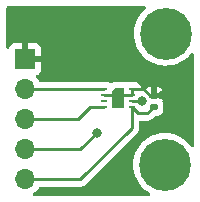
<source format=gbr>
%TF.GenerationSoftware,KiCad,Pcbnew,(6.0.1)*%
%TF.CreationDate,2023-03-07T00:34:02-05:00*%
%TF.ProjectId,PCBFiles_Node_Extra,50434246-696c-4657-935f-4e6f64655f45,rev?*%
%TF.SameCoordinates,Original*%
%TF.FileFunction,Copper,L1,Top*%
%TF.FilePolarity,Positive*%
%FSLAX46Y46*%
G04 Gerber Fmt 4.6, Leading zero omitted, Abs format (unit mm)*
G04 Created by KiCad (PCBNEW (6.0.1)) date 2023-03-07 00:34:02*
%MOMM*%
%LPD*%
G01*
G04 APERTURE LIST*
G04 Aperture macros list*
%AMRoundRect*
0 Rectangle with rounded corners*
0 $1 Rounding radius*
0 $2 $3 $4 $5 $6 $7 $8 $9 X,Y pos of 4 corners*
0 Add a 4 corners polygon primitive as box body*
4,1,4,$2,$3,$4,$5,$6,$7,$8,$9,$2,$3,0*
0 Add four circle primitives for the rounded corners*
1,1,$1+$1,$2,$3*
1,1,$1+$1,$4,$5*
1,1,$1+$1,$6,$7*
1,1,$1+$1,$8,$9*
0 Add four rect primitives between the rounded corners*
20,1,$1+$1,$2,$3,$4,$5,0*
20,1,$1+$1,$4,$5,$6,$7,0*
20,1,$1+$1,$6,$7,$8,$9,0*
20,1,$1+$1,$8,$9,$2,$3,0*%
%AMFreePoly0*
4,1,6,0.500000,-0.850000,-0.500000,-0.850000,-0.500000,0.550000,-0.200000,0.850000,0.500000,0.850000,0.500000,-0.850000,0.500000,-0.850000,$1*%
G04 Aperture macros list end*
%TA.AperFunction,ComponentPad*%
%ADD10C,4.400000*%
%TD*%
%TA.AperFunction,SMDPad,CuDef*%
%ADD11RoundRect,0.140000X0.170000X-0.140000X0.170000X0.140000X-0.170000X0.140000X-0.170000X-0.140000X0*%
%TD*%
%TA.AperFunction,SMDPad,CuDef*%
%ADD12R,0.550000X0.250000*%
%TD*%
%TA.AperFunction,SMDPad,CuDef*%
%ADD13FreePoly0,0.000000*%
%TD*%
%TA.AperFunction,ComponentPad*%
%ADD14R,1.700000X1.700000*%
%TD*%
%TA.AperFunction,ComponentPad*%
%ADD15O,1.700000X1.700000*%
%TD*%
%TA.AperFunction,ViaPad*%
%ADD16C,0.800000*%
%TD*%
%TA.AperFunction,Conductor*%
%ADD17C,0.250000*%
%TD*%
G04 APERTURE END LIST*
D10*
%TO.P,H2,1*%
%TO.N,N/C*%
X131160000Y-96840000D03*
%TD*%
D11*
%TO.P,C1,1*%
%TO.N,+3V3*%
X130180000Y-91930000D03*
%TO.P,C1,2*%
%TO.N,GND*%
X130180000Y-90970000D03*
%TD*%
D10*
%TO.P,H1,1*%
%TO.N,N/C*%
X131220000Y-85720000D03*
%TD*%
D12*
%TO.P,U1,1,SDA*%
%TO.N,I2C1_SDA*%
X125975000Y-90440000D03*
%TO.P,U1,2,ADDR*%
%TO.N,GND*%
X125975000Y-90940000D03*
%TO.P,U1,3,ALERT*%
%TO.N,unconnected-(U1-Pad3)*%
X125975000Y-91440000D03*
%TO.P,U1,4,SCL*%
%TO.N,I2C1_SCL*%
X125975000Y-91940000D03*
%TO.P,U1,5,VDD*%
%TO.N,+3V3*%
X128325000Y-91940000D03*
%TO.P,U1,6,~{RESET}*%
%TO.N,RESET*%
X128325000Y-91440000D03*
%TO.P,U1,7,R*%
%TO.N,GND*%
X128325000Y-90940000D03*
%TO.P,U1,8,VSS*%
X128325000Y-90440000D03*
D13*
%TO.P,U1,9,VSS*%
X127150000Y-91190000D03*
%TD*%
D14*
%TO.P,J1,1,Pin_1*%
%TO.N,GND*%
X119295000Y-87890000D03*
D15*
%TO.P,J1,2,Pin_2*%
%TO.N,I2C1_SDA*%
X119295000Y-90430000D03*
%TO.P,J1,3,Pin_3*%
%TO.N,I2C1_SCL*%
X119295000Y-92970000D03*
%TO.P,J1,4,Pin_4*%
%TO.N,RESET*%
X119295000Y-95510000D03*
%TO.P,J1,5,Pin_5*%
%TO.N,+3V3*%
X119295000Y-98050000D03*
%TD*%
D16*
%TO.N,GND*%
X127150000Y-91230000D03*
X130180000Y-89850000D03*
X131000000Y-90960000D03*
%TO.N,RESET*%
X125390000Y-94110000D03*
X129210000Y-91440000D03*
%TD*%
D17*
%TO.N,+3V3*%
X128845000Y-92460000D02*
X128325000Y-91940000D01*
X128325000Y-93715000D02*
X128325000Y-91940000D01*
X123990000Y-98050000D02*
X128325000Y-93715000D01*
X129650000Y-92460000D02*
X128845000Y-92460000D01*
X119295000Y-98050000D02*
X123990000Y-98050000D01*
X130180000Y-91930000D02*
X129650000Y-92460000D01*
%TO.N,GND*%
X125975000Y-90940000D02*
X126900000Y-90940000D01*
X128325000Y-90440000D02*
X128325000Y-90940000D01*
X129870000Y-90970000D02*
X130180000Y-90970000D01*
X126900000Y-90940000D02*
X127150000Y-91190000D01*
X129340000Y-90440000D02*
X129870000Y-90970000D01*
X128325000Y-90440000D02*
X129340000Y-90440000D01*
X128325000Y-90940000D02*
X127400000Y-90940000D01*
X127400000Y-90940000D02*
X127150000Y-91190000D01*
%TO.N,I2C1_SDA*%
X125965000Y-90430000D02*
X125975000Y-90440000D01*
X119295000Y-90430000D02*
X125965000Y-90430000D01*
%TO.N,I2C1_SCL*%
X123800000Y-92970000D02*
X124830000Y-91940000D01*
X119295000Y-92970000D02*
X123800000Y-92970000D01*
X124830000Y-91940000D02*
X125975000Y-91940000D01*
%TO.N,RESET*%
X129210000Y-91440000D02*
X128325000Y-91440000D01*
X119295000Y-95510000D02*
X123990000Y-95510000D01*
X123990000Y-95510000D02*
X125390000Y-94110000D01*
%TD*%
%TA.AperFunction,Conductor*%
%TO.N,GND*%
G36*
X129424998Y-83398800D02*
G01*
X129493114Y-83418816D01*
X129539596Y-83472482D01*
X129549685Y-83542758D01*
X129520178Y-83607333D01*
X129501937Y-83624561D01*
X129436244Y-83675243D01*
X129203513Y-83904347D01*
X129201149Y-83907314D01*
X129201146Y-83907317D01*
X129067397Y-84075162D01*
X128999991Y-84159751D01*
X128828626Y-84437757D01*
X128691902Y-84734336D01*
X128591797Y-85045192D01*
X128591079Y-85048903D01*
X128591078Y-85048907D01*
X128530482Y-85362105D01*
X128530481Y-85362114D01*
X128529763Y-85365824D01*
X128506698Y-85691585D01*
X128522936Y-86017759D01*
X128578241Y-86339619D01*
X128579329Y-86343258D01*
X128579330Y-86343261D01*
X128654681Y-86595214D01*
X128671814Y-86652504D01*
X128673327Y-86655975D01*
X128673329Y-86655981D01*
X128730151Y-86786351D01*
X128802297Y-86951881D01*
X128804220Y-86955152D01*
X128804222Y-86955156D01*
X128823830Y-86988510D01*
X128967802Y-87233414D01*
X128970103Y-87236429D01*
X129163631Y-87490012D01*
X129163636Y-87490017D01*
X129165931Y-87493025D01*
X129168575Y-87495739D01*
X129303584Y-87634329D01*
X129393814Y-87726953D01*
X129466635Y-87785607D01*
X129645196Y-87929431D01*
X129645201Y-87929435D01*
X129648149Y-87931809D01*
X129925253Y-88104627D01*
X130221112Y-88242903D01*
X130531440Y-88344634D01*
X130851742Y-88408346D01*
X130855514Y-88408633D01*
X130855522Y-88408634D01*
X131173602Y-88432829D01*
X131173607Y-88432829D01*
X131177379Y-88433116D01*
X131503633Y-88418586D01*
X131563425Y-88408634D01*
X131822037Y-88365590D01*
X131822042Y-88365589D01*
X131825778Y-88364967D01*
X132139149Y-88273034D01*
X132142616Y-88271544D01*
X132142620Y-88271543D01*
X132435721Y-88145616D01*
X132435723Y-88145615D01*
X132439205Y-88144119D01*
X132721601Y-87980091D01*
X132982245Y-87783324D01*
X133141155Y-87630135D01*
X133214632Y-87559303D01*
X133214635Y-87559300D01*
X133217363Y-87556670D01*
X133353967Y-87388879D01*
X133412485Y-87348680D01*
X133483449Y-87346501D01*
X133544325Y-87383033D01*
X133575786Y-87446679D01*
X133577677Y-87467810D01*
X133600597Y-92165844D01*
X133615483Y-95217162D01*
X133595813Y-95285380D01*
X133542385Y-95332134D01*
X133472161Y-95342580D01*
X133407437Y-95313403D01*
X133390127Y-95295264D01*
X133197726Y-95048558D01*
X133197724Y-95048556D01*
X133195390Y-95045563D01*
X132965070Y-94814034D01*
X132708603Y-94611852D01*
X132429705Y-94441945D01*
X132426261Y-94440379D01*
X132426257Y-94440377D01*
X132281583Y-94374598D01*
X132132414Y-94306775D01*
X131821037Y-94208300D01*
X131550094Y-94157349D01*
X131503809Y-94148645D01*
X131503807Y-94148645D01*
X131500086Y-94147945D01*
X131174208Y-94126586D01*
X131170428Y-94126794D01*
X131170427Y-94126794D01*
X131083447Y-94131581D01*
X130848124Y-94144532D01*
X130844397Y-94145193D01*
X130844393Y-94145193D01*
X130729721Y-94165516D01*
X130526557Y-94201522D01*
X130522941Y-94202624D01*
X130522933Y-94202626D01*
X130225211Y-94293365D01*
X130214167Y-94296731D01*
X129915477Y-94428781D01*
X129890041Y-94443914D01*
X129638074Y-94593817D01*
X129638068Y-94593821D01*
X129634814Y-94595757D01*
X129631812Y-94598073D01*
X129384510Y-94788866D01*
X129376244Y-94795243D01*
X129373534Y-94797911D01*
X129149453Y-95018500D01*
X129143513Y-95024347D01*
X129141149Y-95027314D01*
X129141146Y-95027317D01*
X129124220Y-95048558D01*
X128939991Y-95279751D01*
X128768626Y-95557757D01*
X128631902Y-95854336D01*
X128531797Y-96165192D01*
X128531079Y-96168903D01*
X128531078Y-96168907D01*
X128470482Y-96482105D01*
X128470481Y-96482114D01*
X128469763Y-96485824D01*
X128469496Y-96489600D01*
X128469495Y-96489605D01*
X128447048Y-96806638D01*
X128446698Y-96811585D01*
X128450603Y-96890027D01*
X128458560Y-97049848D01*
X128462936Y-97137759D01*
X128463577Y-97141490D01*
X128463578Y-97141498D01*
X128510832Y-97416500D01*
X128518241Y-97459619D01*
X128611814Y-97772504D01*
X128742297Y-98071881D01*
X128907802Y-98353414D01*
X128910103Y-98356429D01*
X129103631Y-98610012D01*
X129103636Y-98610017D01*
X129105931Y-98613025D01*
X129333814Y-98846953D01*
X129441251Y-98933489D01*
X129585196Y-99049431D01*
X129585201Y-99049435D01*
X129588149Y-99051809D01*
X129842317Y-99210323D01*
X129845606Y-99212374D01*
X129892822Y-99265394D01*
X129903878Y-99335524D01*
X129875264Y-99400499D01*
X129816064Y-99439689D01*
X129778929Y-99445286D01*
X120071988Y-99445319D01*
X120003868Y-99425317D01*
X119957375Y-99371662D01*
X119947270Y-99301388D01*
X119976763Y-99236807D01*
X119998818Y-99216742D01*
X120174860Y-99091173D01*
X120333096Y-98933489D01*
X120392594Y-98850689D01*
X120460435Y-98756277D01*
X120463453Y-98752077D01*
X120465746Y-98747437D01*
X120467446Y-98744608D01*
X120519674Y-98696518D01*
X120575451Y-98683500D01*
X123911233Y-98683500D01*
X123922416Y-98684027D01*
X123929909Y-98685702D01*
X123937835Y-98685453D01*
X123937836Y-98685453D01*
X123997986Y-98683562D01*
X124001945Y-98683500D01*
X124029856Y-98683500D01*
X124033791Y-98683003D01*
X124033856Y-98682995D01*
X124045693Y-98682062D01*
X124077951Y-98681048D01*
X124081970Y-98680922D01*
X124089889Y-98680673D01*
X124109343Y-98675021D01*
X124128700Y-98671013D01*
X124140930Y-98669468D01*
X124140931Y-98669468D01*
X124148797Y-98668474D01*
X124156168Y-98665555D01*
X124156170Y-98665555D01*
X124189912Y-98652196D01*
X124201142Y-98648351D01*
X124235983Y-98638229D01*
X124235984Y-98638229D01*
X124243593Y-98636018D01*
X124250412Y-98631985D01*
X124250417Y-98631983D01*
X124261028Y-98625707D01*
X124278776Y-98617012D01*
X124297617Y-98609552D01*
X124333387Y-98583564D01*
X124343307Y-98577048D01*
X124374535Y-98558580D01*
X124374538Y-98558578D01*
X124381362Y-98554542D01*
X124395683Y-98540221D01*
X124410717Y-98527380D01*
X124420694Y-98520131D01*
X124427107Y-98515472D01*
X124455298Y-98481395D01*
X124463288Y-98472616D01*
X128717253Y-94218652D01*
X128725539Y-94211112D01*
X128732018Y-94207000D01*
X128778644Y-94157348D01*
X128781398Y-94154507D01*
X128801135Y-94134770D01*
X128803615Y-94131573D01*
X128811320Y-94122551D01*
X128836159Y-94096100D01*
X128841586Y-94090321D01*
X128845405Y-94083375D01*
X128845407Y-94083372D01*
X128851348Y-94072566D01*
X128862199Y-94056047D01*
X128869758Y-94046301D01*
X128874614Y-94040041D01*
X128877759Y-94032772D01*
X128877762Y-94032768D01*
X128892174Y-93999463D01*
X128897391Y-93988813D01*
X128918695Y-93950060D01*
X128923733Y-93930437D01*
X128930137Y-93911734D01*
X128935033Y-93900420D01*
X128935033Y-93900419D01*
X128938181Y-93893145D01*
X128939420Y-93885322D01*
X128939423Y-93885312D01*
X128945099Y-93849476D01*
X128947505Y-93837856D01*
X128956528Y-93802711D01*
X128956528Y-93802710D01*
X128958500Y-93795030D01*
X128958500Y-93774776D01*
X128960051Y-93755065D01*
X128961980Y-93742886D01*
X128963220Y-93735057D01*
X128959059Y-93691038D01*
X128958500Y-93679181D01*
X128958500Y-93219500D01*
X128978502Y-93151379D01*
X129032158Y-93104886D01*
X129084500Y-93093500D01*
X129571233Y-93093500D01*
X129582416Y-93094027D01*
X129589909Y-93095702D01*
X129597835Y-93095453D01*
X129597836Y-93095453D01*
X129657986Y-93093562D01*
X129661945Y-93093500D01*
X129689856Y-93093500D01*
X129693791Y-93093003D01*
X129693856Y-93092995D01*
X129705693Y-93092062D01*
X129737951Y-93091048D01*
X129741970Y-93090922D01*
X129749889Y-93090673D01*
X129769343Y-93085021D01*
X129788700Y-93081013D01*
X129800930Y-93079468D01*
X129800931Y-93079468D01*
X129808797Y-93078474D01*
X129816168Y-93075555D01*
X129816170Y-93075555D01*
X129849912Y-93062196D01*
X129861142Y-93058351D01*
X129895983Y-93048229D01*
X129895984Y-93048229D01*
X129903593Y-93046018D01*
X129910412Y-93041985D01*
X129910417Y-93041983D01*
X129921028Y-93035707D01*
X129938776Y-93027012D01*
X129957617Y-93019552D01*
X129993387Y-92993564D01*
X130003307Y-92987048D01*
X130034535Y-92968580D01*
X130034538Y-92968578D01*
X130041362Y-92964542D01*
X130055683Y-92950221D01*
X130070717Y-92937380D01*
X130071660Y-92936695D01*
X130087107Y-92925472D01*
X130115298Y-92891395D01*
X130123288Y-92882616D01*
X130250499Y-92755405D01*
X130312811Y-92721379D01*
X130339594Y-92718500D01*
X130415484Y-92718500D01*
X130417932Y-92718307D01*
X130417940Y-92718307D01*
X130445844Y-92716111D01*
X130445849Y-92716110D01*
X130452254Y-92715606D01*
X130551005Y-92686916D01*
X130601984Y-92672106D01*
X130601986Y-92672105D01*
X130609597Y-92669894D01*
X130681473Y-92627387D01*
X130743808Y-92590522D01*
X130750629Y-92586488D01*
X130866488Y-92470629D01*
X130949894Y-92329597D01*
X130995606Y-92172254D01*
X130998500Y-92135484D01*
X130998500Y-91724516D01*
X130996712Y-91701797D01*
X130996111Y-91694156D01*
X130996110Y-91694151D01*
X130995606Y-91687746D01*
X130949894Y-91530403D01*
X130939985Y-91513647D01*
X130922526Y-91444830D01*
X130939984Y-91385372D01*
X130945395Y-91376222D01*
X130951643Y-91361784D01*
X130986619Y-91241395D01*
X130986579Y-91227295D01*
X130979309Y-91224000D01*
X130701379Y-91224000D01*
X130637240Y-91206454D01*
X130616420Y-91194141D01*
X130616419Y-91194141D01*
X130609597Y-91190106D01*
X130601986Y-91187895D01*
X130601984Y-91187894D01*
X130551005Y-91173084D01*
X130452254Y-91144394D01*
X130445849Y-91143890D01*
X130445844Y-91143889D01*
X130417940Y-91141693D01*
X130417932Y-91141693D01*
X130415484Y-91141500D01*
X130158123Y-91141500D01*
X130090002Y-91121498D01*
X130044561Y-91068548D01*
X130044527Y-91068444D01*
X129949040Y-90903056D01*
X129949124Y-90903007D01*
X129926206Y-90838773D01*
X129926000Y-90831579D01*
X129926000Y-90697885D01*
X130434000Y-90697885D01*
X130438475Y-90713124D01*
X130439865Y-90714329D01*
X130447548Y-90716000D01*
X130973558Y-90716000D01*
X130987089Y-90712027D01*
X130988224Y-90704129D01*
X130951643Y-90578216D01*
X130945396Y-90563780D01*
X130870124Y-90436501D01*
X130860484Y-90424074D01*
X130755926Y-90319516D01*
X130743499Y-90309876D01*
X130616220Y-90234604D01*
X130601784Y-90228357D01*
X130458359Y-90186688D01*
X130450391Y-90185232D01*
X130436969Y-90188052D01*
X130434000Y-90199513D01*
X130434000Y-90697885D01*
X129926000Y-90697885D01*
X129926000Y-90201576D01*
X129921656Y-90186781D01*
X129911225Y-90184937D01*
X129901641Y-90186688D01*
X129758216Y-90228357D01*
X129743780Y-90234604D01*
X129616501Y-90309876D01*
X129604074Y-90319516D01*
X129499516Y-90424074D01*
X129489874Y-90436503D01*
X129465467Y-90477775D01*
X129413575Y-90526228D01*
X129343725Y-90538934D01*
X129330815Y-90536883D01*
X129311951Y-90532873D01*
X129311942Y-90532872D01*
X129305487Y-90531500D01*
X129234000Y-90531500D01*
X129165879Y-90511498D01*
X129119386Y-90457842D01*
X129108000Y-90405501D01*
X129107999Y-90270332D01*
X129107629Y-90263510D01*
X129102105Y-90212648D01*
X129098479Y-90197396D01*
X129053324Y-90076946D01*
X129044786Y-90061351D01*
X128968285Y-89959276D01*
X128955724Y-89946715D01*
X128853649Y-89870214D01*
X128838054Y-89861676D01*
X128717606Y-89816522D01*
X128702351Y-89812895D01*
X128651486Y-89807369D01*
X128644672Y-89807000D01*
X128005331Y-89807001D01*
X127998510Y-89807371D01*
X127947648Y-89812895D01*
X127932396Y-89816521D01*
X127863596Y-89842313D01*
X127795248Y-89847316D01*
X127794734Y-89847081D01*
X127786503Y-89845898D01*
X127786501Y-89845897D01*
X127725796Y-89837169D01*
X127650000Y-89826271D01*
X126950000Y-89826271D01*
X126946653Y-89826631D01*
X126946650Y-89826631D01*
X126906436Y-89830954D01*
X126840799Y-89838011D01*
X126703796Y-89889111D01*
X126696584Y-89894510D01*
X126696582Y-89894511D01*
X126692249Y-89897755D01*
X126625729Y-89922566D01*
X126556355Y-89907475D01*
X126541176Y-89897714D01*
X126503891Y-89869770D01*
X126503888Y-89869768D01*
X126496705Y-89864385D01*
X126360316Y-89813255D01*
X126298134Y-89806500D01*
X126099893Y-89806500D01*
X126068558Y-89802541D01*
X126067290Y-89802215D01*
X126045030Y-89796500D01*
X126024776Y-89796500D01*
X126005065Y-89794949D01*
X125992886Y-89793020D01*
X125985057Y-89791780D01*
X125977165Y-89792526D01*
X125941039Y-89795941D01*
X125929181Y-89796500D01*
X120571805Y-89796500D01*
X120503684Y-89776498D01*
X120466013Y-89738940D01*
X120377822Y-89602617D01*
X120377820Y-89602614D01*
X120375014Y-89598277D01*
X120371540Y-89594459D01*
X120371533Y-89594450D01*
X120227435Y-89436088D01*
X120196383Y-89372242D01*
X120204779Y-89301744D01*
X120249956Y-89246976D01*
X120276400Y-89233307D01*
X120383052Y-89193325D01*
X120398649Y-89184786D01*
X120500724Y-89108285D01*
X120513285Y-89095724D01*
X120589786Y-88993649D01*
X120598324Y-88978054D01*
X120643478Y-88857606D01*
X120647105Y-88842351D01*
X120652631Y-88791486D01*
X120653000Y-88784672D01*
X120653000Y-88162115D01*
X120648525Y-88146876D01*
X120647135Y-88145671D01*
X120639452Y-88144000D01*
X119167000Y-88144000D01*
X119098879Y-88123998D01*
X119052386Y-88070342D01*
X119041000Y-88018000D01*
X119041000Y-87617885D01*
X119549000Y-87617885D01*
X119553475Y-87633124D01*
X119554865Y-87634329D01*
X119562548Y-87636000D01*
X120634884Y-87636000D01*
X120650123Y-87631525D01*
X120651328Y-87630135D01*
X120652999Y-87622452D01*
X120652999Y-86995331D01*
X120652629Y-86988510D01*
X120647105Y-86937648D01*
X120643479Y-86922396D01*
X120598324Y-86801946D01*
X120589786Y-86786351D01*
X120513285Y-86684276D01*
X120500724Y-86671715D01*
X120398649Y-86595214D01*
X120383054Y-86586676D01*
X120262606Y-86541522D01*
X120247351Y-86537895D01*
X120196486Y-86532369D01*
X120189672Y-86532000D01*
X119567115Y-86532000D01*
X119551876Y-86536475D01*
X119550671Y-86537865D01*
X119549000Y-86545548D01*
X119549000Y-87617885D01*
X119041000Y-87617885D01*
X119041000Y-86550116D01*
X119036525Y-86534877D01*
X119035135Y-86533672D01*
X119027452Y-86532001D01*
X118400331Y-86532001D01*
X118393510Y-86532371D01*
X118342648Y-86537895D01*
X118327396Y-86541521D01*
X118206946Y-86586676D01*
X118191351Y-86595214D01*
X118089276Y-86671715D01*
X118076715Y-86684276D01*
X118000214Y-86786351D01*
X117991676Y-86801946D01*
X117953907Y-86902694D01*
X117911265Y-86959458D01*
X117844704Y-86984158D01*
X117775355Y-86968950D01*
X117725237Y-86918664D01*
X117709926Y-86858107D01*
X117710419Y-86684276D01*
X117715932Y-84737941D01*
X117719151Y-83601831D01*
X117720376Y-83584654D01*
X117723250Y-83564199D01*
X117724500Y-83555305D01*
X117723204Y-83546421D01*
X117723186Y-83539588D01*
X117725297Y-83516291D01*
X117725401Y-83515730D01*
X117743809Y-83469779D01*
X117748542Y-83462535D01*
X117783253Y-83427205D01*
X117786732Y-83424843D01*
X117790413Y-83422344D01*
X117836100Y-83403115D01*
X117837572Y-83402816D01*
X117858271Y-83400834D01*
X117863051Y-83401564D01*
X117883746Y-83398800D01*
X117893616Y-83397482D01*
X117910323Y-83396373D01*
X129424998Y-83398800D01*
G37*
%TD.AperFunction*%
%TD*%
M02*

</source>
